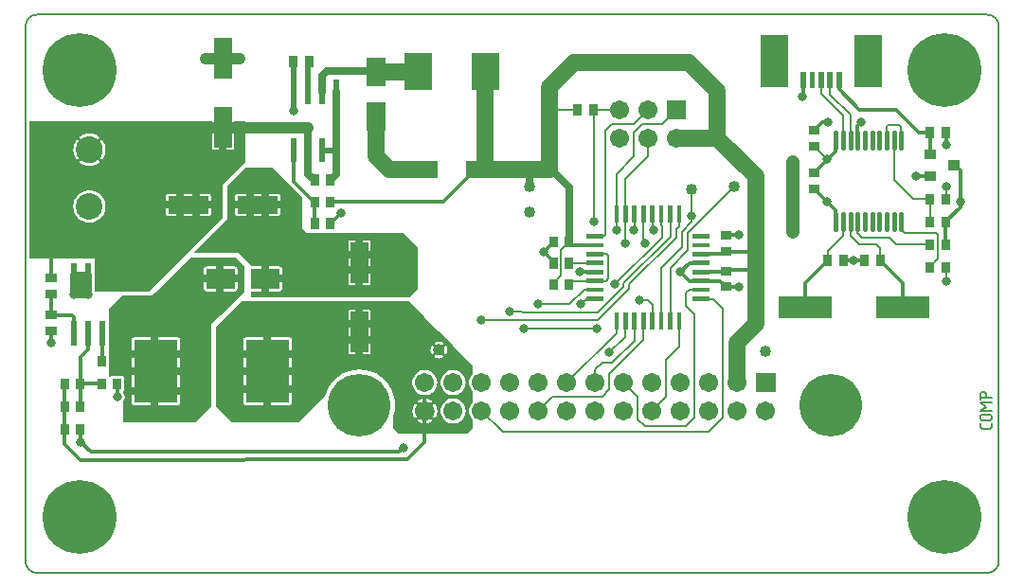
<source format=gtl>
G04 start of page 2 for group 0 idx 0 *
G04 Title: Dot-Flip Control, component *
G04 Creator: pcb 20110918 *
G04 CreationDate: Tue 04 Dec 2012 09:28:54 AM GMT UTC *
G04 For: bertho *
G04 Format: Gerber/RS-274X *
G04 PCB-Dimensions: 450000 250000 *
G04 PCB-Coordinate-Origin: lower left *
%MOIN*%
%FSLAX25Y25*%
%LNTOP*%
%ADD41C,0.0433*%
%ADD40C,0.1102*%
%ADD39C,0.1300*%
%ADD38C,0.0197*%
%ADD37C,0.0354*%
%ADD36C,0.0157*%
%ADD35C,0.0317*%
%ADD34R,0.0157X0.0157*%
%ADD33R,0.0984X0.0984*%
%ADD32R,0.0197X0.0197*%
%ADD31R,0.1516X0.1516*%
%ADD30R,0.0200X0.0200*%
%ADD29R,0.0669X0.0669*%
%ADD28R,0.0633X0.0633*%
%ADD27R,0.0788X0.0788*%
%ADD26C,0.0160*%
%ADD25R,0.0295X0.0295*%
%ADD24R,0.0340X0.0340*%
%ADD23C,0.0933*%
%ADD22C,0.2200*%
%ADD21C,0.2600*%
%ADD20C,0.0674*%
%ADD19C,0.0130*%
%ADD18C,0.0200*%
%ADD17C,0.0400*%
%ADD16C,0.0450*%
%ADD15C,0.0120*%
%ADD14C,0.0250*%
%ADD13C,0.0600*%
%ADD12C,0.0080*%
%ADD11C,0.0001*%
G54D11*G36*
X77296Y192500D02*X85538D01*
X85542Y183068D01*
X85572Y182946D01*
X85620Y182830D01*
X85686Y182722D01*
X85768Y182627D01*
X85863Y182545D01*
X85971Y182479D01*
X86087Y182431D01*
X86209Y182401D01*
X86335Y182394D01*
X92791Y182401D01*
X92913Y182431D01*
X93029Y182479D01*
X93137Y182545D01*
X93232Y182627D01*
X93314Y182722D01*
X93380Y182830D01*
X93428Y182946D01*
X93458Y183068D01*
X93465Y183194D01*
X93460Y192500D01*
X97500D01*
Y178000D01*
X89500Y170000D01*
Y158500D01*
X77296Y146296D01*
Y159039D01*
X84524Y159042D01*
X84646Y159072D01*
X84762Y159120D01*
X84870Y159186D01*
X84965Y159268D01*
X85047Y159363D01*
X85113Y159471D01*
X85161Y159587D01*
X85191Y159709D01*
X85198Y159835D01*
X85191Y166291D01*
X85161Y166413D01*
X85113Y166529D01*
X85047Y166637D01*
X84965Y166732D01*
X84870Y166814D01*
X84762Y166880D01*
X84646Y166928D01*
X84524Y166958D01*
X84398Y166965D01*
X77296Y166961D01*
Y192500D01*
G37*
G36*
X47223D02*X77296D01*
Y166961D01*
X70068Y166958D01*
X69946Y166928D01*
X69830Y166880D01*
X69722Y166814D01*
X69627Y166732D01*
X69545Y166637D01*
X69479Y166529D01*
X69431Y166413D01*
X69401Y166291D01*
X69394Y166165D01*
X69401Y159709D01*
X69431Y159587D01*
X69479Y159471D01*
X69545Y159363D01*
X69627Y159268D01*
X69722Y159186D01*
X69830Y159120D01*
X69946Y159072D01*
X70068Y159042D01*
X70194Y159035D01*
X77296Y159039D01*
Y146296D01*
X63500Y132500D01*
X47223D01*
Y159365D01*
X47564Y159920D01*
X47905Y160744D01*
X48113Y161611D01*
X48166Y162500D01*
X48113Y163389D01*
X47905Y164256D01*
X47564Y165080D01*
X47223Y165635D01*
Y179374D01*
X47475Y179777D01*
X47702Y180241D01*
X47886Y180723D01*
X48025Y181220D01*
X48119Y181728D01*
X48165Y182242D01*
Y182758D01*
X48119Y183272D01*
X48025Y183780D01*
X47886Y184277D01*
X47702Y184759D01*
X47475Y185223D01*
X47223Y185637D01*
Y192500D01*
G37*
G36*
Y132500D02*X44500D01*
Y144000D01*
X42502D01*
Y156817D01*
X43389Y156887D01*
X44256Y157095D01*
X45080Y157436D01*
X45840Y157902D01*
X46518Y158482D01*
X47098Y159160D01*
X47223Y159365D01*
Y132500D01*
G37*
G36*
X42502Y192500D02*X47223D01*
Y185637D01*
X47207Y185664D01*
X47158Y185726D01*
X47099Y185780D01*
X47033Y185824D01*
X46961Y185857D01*
X46884Y185879D01*
X46806Y185888D01*
X46726Y185884D01*
X46648Y185869D01*
X46574Y185841D01*
X46505Y185802D01*
X46442Y185753D01*
X46388Y185694D01*
X46345Y185628D01*
X46311Y185556D01*
X46290Y185479D01*
X46281Y185400D01*
X46284Y185321D01*
X46300Y185243D01*
X46328Y185168D01*
X46368Y185100D01*
X46593Y184740D01*
X46779Y184358D01*
X46931Y183962D01*
X47045Y183553D01*
X47122Y183135D01*
X47161Y182712D01*
Y182288D01*
X47122Y181865D01*
X47045Y181447D01*
X46931Y181038D01*
X46779Y180642D01*
X46593Y180260D01*
X46372Y179897D01*
X46332Y179830D01*
X46305Y179756D01*
X46289Y179679D01*
X46286Y179600D01*
X46295Y179522D01*
X46316Y179446D01*
X46349Y179375D01*
X46392Y179309D01*
X46446Y179251D01*
X46507Y179202D01*
X46576Y179163D01*
X46650Y179136D01*
X46727Y179120D01*
X46805Y179117D01*
X46884Y179126D01*
X46959Y179147D01*
X47031Y179180D01*
X47096Y179224D01*
X47154Y179277D01*
X47202Y179339D01*
X47223Y179374D01*
Y165635D01*
X47098Y165840D01*
X46518Y166518D01*
X45840Y167098D01*
X45080Y167564D01*
X44256Y167905D01*
X43389Y168113D01*
X42502Y168183D01*
Y176835D01*
X42758D01*
X43272Y176881D01*
X43780Y176975D01*
X44277Y177114D01*
X44759Y177298D01*
X45223Y177525D01*
X45664Y177793D01*
X45726Y177842D01*
X45780Y177901D01*
X45824Y177967D01*
X45857Y178039D01*
X45879Y178116D01*
X45888Y178194D01*
X45884Y178274D01*
X45869Y178352D01*
X45841Y178426D01*
X45802Y178495D01*
X45753Y178558D01*
X45694Y178612D01*
X45628Y178655D01*
X45556Y178689D01*
X45479Y178710D01*
X45400Y178719D01*
X45321Y178716D01*
X45243Y178700D01*
X45168Y178672D01*
X45100Y178632D01*
X44740Y178407D01*
X44358Y178221D01*
X43962Y178069D01*
X43553Y177955D01*
X43135Y177878D01*
X42712Y177839D01*
X42502D01*
Y187161D01*
X42712D01*
X43135Y187122D01*
X43553Y187045D01*
X43962Y186931D01*
X44358Y186779D01*
X44740Y186593D01*
X45103Y186372D01*
X45170Y186332D01*
X45244Y186305D01*
X45321Y186289D01*
X45400Y186286D01*
X45478Y186295D01*
X45554Y186316D01*
X45625Y186349D01*
X45691Y186392D01*
X45749Y186446D01*
X45798Y186507D01*
X45837Y186576D01*
X45864Y186650D01*
X45880Y186727D01*
X45883Y186805D01*
X45874Y186884D01*
X45853Y186959D01*
X45820Y187031D01*
X45776Y187096D01*
X45723Y187154D01*
X45661Y187202D01*
X45223Y187475D01*
X44759Y187702D01*
X44277Y187886D01*
X43780Y188025D01*
X43272Y188119D01*
X42758Y188165D01*
X42502D01*
Y192500D01*
G37*
G36*
X37777Y159365D02*X37902Y159160D01*
X38482Y158482D01*
X39160Y157902D01*
X39920Y157436D01*
X40744Y157095D01*
X41611Y156887D01*
X42500Y156817D01*
X42502Y156817D01*
Y144000D01*
X37777D01*
Y159365D01*
G37*
G36*
Y192500D02*X42502D01*
Y188165D01*
X42242D01*
X41728Y188119D01*
X41220Y188025D01*
X40723Y187886D01*
X40241Y187702D01*
X39777Y187475D01*
X39336Y187207D01*
X39274Y187158D01*
X39220Y187099D01*
X39176Y187033D01*
X39143Y186961D01*
X39121Y186884D01*
X39112Y186806D01*
X39116Y186726D01*
X39131Y186648D01*
X39159Y186574D01*
X39198Y186505D01*
X39247Y186442D01*
X39306Y186388D01*
X39372Y186345D01*
X39444Y186311D01*
X39521Y186290D01*
X39600Y186281D01*
X39679Y186284D01*
X39757Y186300D01*
X39832Y186328D01*
X39900Y186368D01*
X40260Y186593D01*
X40642Y186779D01*
X41038Y186931D01*
X41447Y187045D01*
X41865Y187122D01*
X42288Y187161D01*
X42502D01*
Y177839D01*
X42288D01*
X41865Y177878D01*
X41447Y177955D01*
X41038Y178069D01*
X40642Y178221D01*
X40260Y178407D01*
X39897Y178628D01*
X39830Y178668D01*
X39756Y178695D01*
X39679Y178711D01*
X39600Y178714D01*
X39522Y178705D01*
X39446Y178684D01*
X39375Y178651D01*
X39309Y178608D01*
X39251Y178554D01*
X39202Y178493D01*
X39163Y178424D01*
X39136Y178350D01*
X39120Y178273D01*
X39117Y178195D01*
X39126Y178116D01*
X39147Y178041D01*
X39180Y177969D01*
X39224Y177904D01*
X39277Y177846D01*
X39339Y177798D01*
X39777Y177525D01*
X40241Y177298D01*
X40723Y177114D01*
X41220Y176975D01*
X41728Y176881D01*
X42242Y176835D01*
X42502D01*
Y168183D01*
X42500Y168183D01*
X41611Y168113D01*
X40744Y167905D01*
X39920Y167564D01*
X39160Y167098D01*
X38482Y166518D01*
X37902Y165840D01*
X37777Y165635D01*
Y179363D01*
X37793Y179336D01*
X37842Y179274D01*
X37901Y179220D01*
X37967Y179176D01*
X38039Y179143D01*
X38116Y179121D01*
X38194Y179112D01*
X38274Y179116D01*
X38352Y179131D01*
X38426Y179159D01*
X38495Y179198D01*
X38558Y179247D01*
X38612Y179306D01*
X38655Y179372D01*
X38689Y179444D01*
X38710Y179521D01*
X38719Y179600D01*
X38716Y179679D01*
X38700Y179757D01*
X38672Y179832D01*
X38632Y179900D01*
X38407Y180260D01*
X38221Y180642D01*
X38069Y181038D01*
X37955Y181447D01*
X37878Y181865D01*
X37839Y182288D01*
Y182712D01*
X37878Y183135D01*
X37955Y183553D01*
X38069Y183962D01*
X38221Y184358D01*
X38407Y184740D01*
X38628Y185103D01*
X38668Y185170D01*
X38695Y185244D01*
X38711Y185321D01*
X38714Y185400D01*
X38705Y185478D01*
X38684Y185554D01*
X38651Y185625D01*
X38608Y185691D01*
X38554Y185749D01*
X38493Y185798D01*
X38424Y185837D01*
X38350Y185864D01*
X38273Y185880D01*
X38195Y185883D01*
X38116Y185874D01*
X38041Y185853D01*
X37969Y185820D01*
X37904Y185776D01*
X37846Y185723D01*
X37798Y185661D01*
X37777Y185627D01*
Y192500D01*
G37*
G36*
X21400D02*X37777D01*
Y185627D01*
X37525Y185223D01*
X37298Y184759D01*
X37114Y184277D01*
X36975Y183780D01*
X36881Y183272D01*
X36835Y182758D01*
Y182242D01*
X36881Y181728D01*
X36975Y181220D01*
X37114Y180723D01*
X37298Y180241D01*
X37525Y179777D01*
X37777Y179363D01*
Y165635D01*
X37436Y165080D01*
X37095Y164256D01*
X36887Y163389D01*
X36817Y162500D01*
X36887Y161611D01*
X37095Y160744D01*
X37436Y159920D01*
X37777Y159365D01*
Y144000D01*
X21400D01*
Y192500D01*
G37*
G36*
X88626Y144500D02*X94000D01*
X97000Y141500D01*
Y132500D01*
X88626Y124126D01*
Y132658D01*
X93704Y132663D01*
X93857Y132700D01*
X94003Y132760D01*
X94137Y132842D01*
X94257Y132944D01*
X94359Y133064D01*
X94441Y133198D01*
X94501Y133344D01*
X94538Y133497D01*
X94547Y133654D01*
X94538Y140503D01*
X94501Y140656D01*
X94441Y140802D01*
X94359Y140936D01*
X94257Y141056D01*
X94137Y141158D01*
X94003Y141240D01*
X93857Y141300D01*
X93704Y141337D01*
X93547Y141346D01*
X88626Y141342D01*
Y144500D01*
G37*
G36*
X65815Y132315D02*X78000Y144500D01*
X88626D01*
Y141342D01*
X83548Y141337D01*
X83395Y141300D01*
X83249Y141240D01*
X83115Y141158D01*
X82995Y141056D01*
X82893Y140936D01*
X82811Y140802D01*
X82751Y140656D01*
X82714Y140503D01*
X82704Y140346D01*
X82714Y133497D01*
X82751Y133344D01*
X82811Y133198D01*
X82893Y133064D01*
X82995Y132944D01*
X83115Y132842D01*
X83249Y132760D01*
X83395Y132700D01*
X83548Y132663D01*
X83704Y132654D01*
X88626Y132658D01*
Y124126D01*
X85500Y121000D01*
Y92000D01*
X80000Y86500D01*
X65815D01*
Y92580D01*
X73550Y92585D01*
X73703Y92622D01*
X73849Y92682D01*
X73983Y92764D01*
X74103Y92866D01*
X74205Y92986D01*
X74287Y93120D01*
X74347Y93266D01*
X74384Y93419D01*
X74394Y93576D01*
X74384Y115581D01*
X74347Y115734D01*
X74287Y115880D01*
X74205Y116014D01*
X74103Y116134D01*
X73983Y116236D01*
X73849Y116318D01*
X73703Y116378D01*
X73550Y116415D01*
X73394Y116425D01*
X65815Y116420D01*
Y132315D01*
G37*
G36*
X49932Y102500D02*X49500D01*
Y126500D01*
X54000Y131000D01*
X64500D01*
X65815Y132315D01*
Y116420D01*
X58080Y116415D01*
X57927Y116378D01*
X57781Y116318D01*
X57647Y116236D01*
X57527Y116134D01*
X57425Y116014D01*
X57343Y115880D01*
X57283Y115734D01*
X57246Y115581D01*
X57236Y115425D01*
X57246Y93419D01*
X57283Y93266D01*
X57343Y93120D01*
X57425Y92986D01*
X57527Y92866D01*
X57647Y92764D01*
X57781Y92682D01*
X57927Y92622D01*
X58080Y92585D01*
X58236Y92576D01*
X65815Y92580D01*
Y86500D01*
X54500D01*
Y94195D01*
X54633Y94413D01*
X54777Y94760D01*
X54865Y95125D01*
X54887Y95500D01*
X54865Y95875D01*
X54777Y96240D01*
X54633Y96587D01*
X54500Y96805D01*
Y97390D01*
X54544Y97442D01*
X54626Y97576D01*
X54686Y97722D01*
X54723Y97875D01*
X54732Y98032D01*
X54723Y102125D01*
X54686Y102278D01*
X54626Y102424D01*
X54544Y102558D01*
X54442Y102678D01*
X54322Y102780D01*
X54188Y102862D01*
X54042Y102922D01*
X53889Y102959D01*
X53732Y102968D01*
X50623Y102959D01*
X50470Y102922D01*
X50324Y102862D01*
X50190Y102780D01*
X50070Y102678D01*
X49968Y102558D01*
X49932Y102500D01*
G37*
G36*
X170493Y113507D02*X177500Y106500D01*
Y103687D01*
X177399Y103601D01*
X176952Y103077D01*
X176593Y102491D01*
X176330Y101855D01*
X176169Y101186D01*
X176115Y100500D01*
X176169Y99814D01*
X176330Y99145D01*
X176593Y98509D01*
X176952Y97923D01*
X177399Y97399D01*
X177500Y97313D01*
Y93687D01*
X177399Y93601D01*
X176952Y93077D01*
X176593Y92491D01*
X176330Y91855D01*
X176169Y91186D01*
X176115Y90500D01*
X176169Y89814D01*
X176330Y89145D01*
X176593Y88509D01*
X176952Y87923D01*
X177399Y87399D01*
X177500Y87313D01*
Y84500D01*
X175500Y82500D01*
X170493D01*
Y86116D01*
X170500Y86115D01*
X171186Y86169D01*
X171855Y86330D01*
X172491Y86593D01*
X173077Y86952D01*
X173601Y87399D01*
X174048Y87923D01*
X174407Y88509D01*
X174670Y89145D01*
X174831Y89814D01*
X174872Y90500D01*
X174831Y91186D01*
X174670Y91855D01*
X174407Y92491D01*
X174048Y93077D01*
X173601Y93601D01*
X173077Y94048D01*
X172491Y94407D01*
X171855Y94670D01*
X171186Y94831D01*
X170500Y94885D01*
X170493Y94884D01*
Y96116D01*
X170500Y96115D01*
X171186Y96169D01*
X171855Y96330D01*
X172491Y96593D01*
X173077Y96952D01*
X173601Y97399D01*
X174048Y97923D01*
X174407Y98509D01*
X174670Y99145D01*
X174831Y99814D01*
X174872Y100500D01*
X174831Y101186D01*
X174670Y101855D01*
X174407Y102491D01*
X174048Y103077D01*
X173601Y103601D01*
X173077Y104048D01*
X172491Y104407D01*
X171855Y104670D01*
X171186Y104831D01*
X170500Y104885D01*
X170493Y104884D01*
Y113507D01*
G37*
G36*
X167909Y86964D02*X167923Y86952D01*
X168509Y86593D01*
X169145Y86330D01*
X169814Y86169D01*
X170493Y86116D01*
Y82500D01*
X167909D01*
Y86964D01*
G37*
G36*
Y96964D02*X167923Y96952D01*
X168509Y96593D01*
X169145Y96330D01*
X169814Y96169D01*
X170493Y96116D01*
Y94884D01*
X169814Y94831D01*
X169145Y94670D01*
X168509Y94407D01*
X167923Y94048D01*
X167909Y94036D01*
Y96964D01*
G37*
G36*
Y116091D02*X170493Y113507D01*
Y104884D01*
X169814Y104831D01*
X169145Y104670D01*
X168509Y104407D01*
X167923Y104048D01*
X167909Y104036D01*
Y110569D01*
X167937Y110573D01*
X168012Y110598D01*
X168082Y110634D01*
X168145Y110681D01*
X168200Y110737D01*
X168246Y110801D01*
X168280Y110872D01*
X168379Y111144D01*
X168448Y111425D01*
X168490Y111711D01*
X168503Y112000D01*
X168490Y112289D01*
X168448Y112575D01*
X168379Y112856D01*
X168283Y113129D01*
X168248Y113200D01*
X168202Y113264D01*
X168147Y113321D01*
X168083Y113368D01*
X168013Y113404D01*
X167938Y113429D01*
X167909Y113434D01*
Y116091D01*
G37*
G36*
X165501Y118499D02*X167909Y116091D01*
Y113434D01*
X167860Y113442D01*
X167781Y113442D01*
X167703Y113431D01*
X167627Y113407D01*
X167556Y113371D01*
X167492Y113325D01*
X167436Y113270D01*
X167389Y113206D01*
X167353Y113136D01*
X167328Y113061D01*
X167315Y112983D01*
X167314Y112904D01*
X167326Y112826D01*
X167351Y112751D01*
X167417Y112570D01*
X167463Y112383D01*
X167491Y112192D01*
X167500Y112000D01*
X167491Y111808D01*
X167463Y111617D01*
X167417Y111430D01*
X167353Y111248D01*
X167328Y111174D01*
X167316Y111096D01*
X167317Y111017D01*
X167330Y110940D01*
X167355Y110865D01*
X167391Y110795D01*
X167438Y110732D01*
X167494Y110676D01*
X167558Y110631D01*
X167628Y110595D01*
X167703Y110572D01*
X167781Y110560D01*
X167860Y110560D01*
X167909Y110569D01*
Y104036D01*
X167399Y103601D01*
X166952Y103077D01*
X166593Y102491D01*
X166330Y101855D01*
X166169Y101186D01*
X166115Y100500D01*
X166169Y99814D01*
X166330Y99145D01*
X166593Y98509D01*
X166952Y97923D01*
X167399Y97399D01*
X167909Y96964D01*
Y94036D01*
X167399Y93601D01*
X166952Y93077D01*
X166593Y92491D01*
X166330Y91855D01*
X166169Y91186D01*
X166115Y90500D01*
X166169Y89814D01*
X166330Y89145D01*
X166593Y88509D01*
X166952Y87923D01*
X167399Y87399D01*
X167909Y86964D01*
Y82500D01*
X165501D01*
Y108997D01*
X165789Y109010D01*
X166075Y109052D01*
X166356Y109121D01*
X166629Y109217D01*
X166700Y109252D01*
X166764Y109298D01*
X166821Y109353D01*
X166868Y109417D01*
X166904Y109487D01*
X166929Y109562D01*
X166942Y109640D01*
X166942Y109719D01*
X166931Y109797D01*
X166907Y109873D01*
X166871Y109944D01*
X166825Y110008D01*
X166770Y110064D01*
X166706Y110111D01*
X166636Y110147D01*
X166561Y110172D01*
X166483Y110185D01*
X166404Y110186D01*
X166326Y110174D01*
X166251Y110149D01*
X166070Y110083D01*
X165883Y110037D01*
X165692Y110009D01*
X165501Y110000D01*
Y114000D01*
X165692Y113991D01*
X165883Y113963D01*
X166070Y113917D01*
X166252Y113853D01*
X166326Y113828D01*
X166404Y113816D01*
X166483Y113817D01*
X166560Y113830D01*
X166635Y113855D01*
X166705Y113891D01*
X166768Y113938D01*
X166824Y113994D01*
X166869Y114058D01*
X166905Y114128D01*
X166928Y114203D01*
X166940Y114281D01*
X166940Y114360D01*
X166927Y114437D01*
X166902Y114512D01*
X166866Y114582D01*
X166819Y114645D01*
X166763Y114700D01*
X166699Y114746D01*
X166628Y114780D01*
X166356Y114879D01*
X166075Y114948D01*
X165789Y114990D01*
X165501Y115003D01*
Y118499D01*
G37*
G36*
X164109Y109468D02*X164134Y109418D01*
X164181Y109355D01*
X164237Y109300D01*
X164301Y109254D01*
X164372Y109220D01*
X164644Y109121D01*
X164925Y109052D01*
X165211Y109010D01*
X165500Y108997D01*
X165501Y108997D01*
Y82500D01*
X164109D01*
Y88126D01*
X164118Y88131D01*
X164180Y88179D01*
X164235Y88236D01*
X164278Y88301D01*
X164460Y88639D01*
X164608Y88994D01*
X164725Y89360D01*
X164808Y89735D01*
X164859Y90116D01*
X164876Y90500D01*
X164859Y90884D01*
X164808Y91265D01*
X164725Y91640D01*
X164608Y92006D01*
X164460Y92361D01*
X164282Y92701D01*
X164237Y92767D01*
X164182Y92824D01*
X164119Y92872D01*
X164109Y92878D01*
Y98023D01*
X164407Y98509D01*
X164670Y99145D01*
X164831Y99814D01*
X164872Y100500D01*
X164831Y101186D01*
X164670Y101855D01*
X164407Y102491D01*
X164109Y102977D01*
Y109468D01*
G37*
G36*
Y114096D02*X164129Y114056D01*
X164175Y113992D01*
X164230Y113936D01*
X164294Y113889D01*
X164364Y113853D01*
X164439Y113828D01*
X164517Y113815D01*
X164596Y113814D01*
X164674Y113826D01*
X164749Y113851D01*
X164930Y113917D01*
X165117Y113963D01*
X165308Y113991D01*
X165500Y114000D01*
X165501Y114000D01*
Y110000D01*
X165500Y110000D01*
X165308Y110009D01*
X165117Y110037D01*
X164930Y110083D01*
X164748Y110147D01*
X164674Y110172D01*
X164596Y110184D01*
X164517Y110183D01*
X164440Y110170D01*
X164365Y110145D01*
X164295Y110109D01*
X164232Y110062D01*
X164176Y110006D01*
X164131Y109942D01*
X164109Y109899D01*
Y114096D01*
G37*
G36*
Y119891D02*X165501Y118499D01*
Y115003D01*
X165500Y115003D01*
X165211Y114990D01*
X164925Y114948D01*
X164644Y114879D01*
X164371Y114783D01*
X164300Y114748D01*
X164236Y114702D01*
X164179Y114647D01*
X164132Y114583D01*
X164109Y114537D01*
Y119891D01*
G37*
G36*
Y82500D02*X163091D01*
Y96964D01*
X163601Y97399D01*
X164048Y97923D01*
X164109Y98023D01*
Y92878D01*
X164050Y92909D01*
X163975Y92936D01*
X163897Y92950D01*
X163818Y92951D01*
X163739Y92941D01*
X163663Y92918D01*
X163592Y92884D01*
X163527Y92839D01*
X163470Y92784D01*
X163422Y92721D01*
X163384Y92651D01*
X163358Y92576D01*
X163344Y92498D01*
X163342Y92419D01*
X163353Y92341D01*
X163375Y92265D01*
X163411Y92194D01*
X163551Y91934D01*
X163665Y91661D01*
X163755Y91378D01*
X163820Y91089D01*
X163858Y90796D01*
X163872Y90500D01*
X163858Y90204D01*
X163820Y89911D01*
X163755Y89622D01*
X163665Y89339D01*
X163551Y89066D01*
X163414Y88804D01*
X163378Y88734D01*
X163356Y88659D01*
X163345Y88581D01*
X163347Y88502D01*
X163361Y88424D01*
X163387Y88350D01*
X163424Y88281D01*
X163472Y88218D01*
X163529Y88164D01*
X163594Y88119D01*
X163665Y88085D01*
X163740Y88062D01*
X163818Y88052D01*
X163897Y88054D01*
X163974Y88068D01*
X164048Y88094D01*
X164109Y88126D01*
Y82500D01*
G37*
G36*
X163091Y120909D02*X164109Y119891D01*
Y114537D01*
X164096Y114513D01*
X164071Y114438D01*
X164058Y114360D01*
X164058Y114281D01*
X164069Y114203D01*
X164093Y114127D01*
X164109Y114096D01*
Y109899D01*
X164095Y109872D01*
X164072Y109797D01*
X164060Y109719D01*
X164060Y109640D01*
X164073Y109563D01*
X164098Y109488D01*
X164109Y109468D01*
Y102977D01*
X164048Y103077D01*
X163601Y103601D01*
X163091Y104036D01*
Y110566D01*
X163140Y110558D01*
X163219Y110558D01*
X163297Y110569D01*
X163373Y110593D01*
X163444Y110629D01*
X163508Y110675D01*
X163564Y110730D01*
X163611Y110794D01*
X163647Y110864D01*
X163672Y110939D01*
X163685Y111017D01*
X163686Y111096D01*
X163674Y111174D01*
X163649Y111249D01*
X163583Y111430D01*
X163537Y111617D01*
X163509Y111808D01*
X163500Y112000D01*
X163509Y112192D01*
X163537Y112383D01*
X163583Y112570D01*
X163647Y112752D01*
X163672Y112826D01*
X163684Y112904D01*
X163683Y112983D01*
X163670Y113060D01*
X163645Y113135D01*
X163609Y113205D01*
X163562Y113268D01*
X163506Y113324D01*
X163442Y113369D01*
X163372Y113405D01*
X163297Y113428D01*
X163219Y113440D01*
X163140Y113440D01*
X163091Y113431D01*
Y120909D01*
G37*
G36*
Y82500D02*X160493D01*
Y86125D01*
X160500Y86124D01*
X160884Y86141D01*
X161265Y86192D01*
X161640Y86275D01*
X162006Y86392D01*
X162361Y86540D01*
X162701Y86718D01*
X162767Y86763D01*
X162824Y86818D01*
X162872Y86881D01*
X162909Y86950D01*
X162936Y87025D01*
X162950Y87103D01*
X162951Y87182D01*
X162941Y87261D01*
X162918Y87337D01*
X162884Y87408D01*
X162839Y87473D01*
X162784Y87530D01*
X162721Y87578D01*
X162651Y87616D01*
X162576Y87642D01*
X162498Y87656D01*
X162419Y87658D01*
X162341Y87647D01*
X162265Y87625D01*
X162194Y87589D01*
X161934Y87449D01*
X161661Y87335D01*
X161378Y87245D01*
X161089Y87180D01*
X160796Y87142D01*
X160500Y87128D01*
X160493Y87129D01*
Y93871D01*
X160500Y93872D01*
X160796Y93858D01*
X161089Y93820D01*
X161378Y93755D01*
X161661Y93665D01*
X161934Y93551D01*
X162196Y93414D01*
X162266Y93378D01*
X162341Y93356D01*
X162419Y93345D01*
X162498Y93347D01*
X162576Y93361D01*
X162650Y93387D01*
X162719Y93424D01*
X162782Y93472D01*
X162836Y93529D01*
X162881Y93594D01*
X162915Y93665D01*
X162938Y93740D01*
X162948Y93818D01*
X162946Y93897D01*
X162932Y93974D01*
X162906Y94048D01*
X162869Y94118D01*
X162821Y94180D01*
X162764Y94235D01*
X162699Y94278D01*
X162361Y94460D01*
X162006Y94608D01*
X161640Y94725D01*
X161265Y94808D01*
X160884Y94859D01*
X160500Y94876D01*
X160493Y94875D01*
Y96116D01*
X160500Y96115D01*
X161186Y96169D01*
X161855Y96330D01*
X162491Y96593D01*
X163077Y96952D01*
X163091Y96964D01*
Y82500D01*
G37*
G36*
X160493Y123507D02*X163091Y120909D01*
Y113431D01*
X163063Y113427D01*
X162988Y113402D01*
X162918Y113366D01*
X162855Y113319D01*
X162800Y113263D01*
X162754Y113199D01*
X162720Y113128D01*
X162621Y112856D01*
X162552Y112575D01*
X162510Y112289D01*
X162497Y112000D01*
X162510Y111711D01*
X162552Y111425D01*
X162621Y111144D01*
X162717Y110871D01*
X162752Y110800D01*
X162798Y110736D01*
X162853Y110679D01*
X162917Y110632D01*
X162987Y110596D01*
X163062Y110571D01*
X163091Y110566D01*
Y104036D01*
X163077Y104048D01*
X162491Y104407D01*
X161855Y104670D01*
X161186Y104831D01*
X160500Y104885D01*
X160493Y104884D01*
Y123507D01*
G37*
G36*
X156891Y98023D02*X156952Y97923D01*
X157399Y97399D01*
X157923Y96952D01*
X158509Y96593D01*
X159145Y96330D01*
X159814Y96169D01*
X160493Y96116D01*
Y94875D01*
X160116Y94859D01*
X159735Y94808D01*
X159360Y94725D01*
X158994Y94608D01*
X158639Y94460D01*
X158299Y94282D01*
X158233Y94237D01*
X158176Y94182D01*
X158128Y94119D01*
X158091Y94050D01*
X158064Y93975D01*
X158050Y93897D01*
X158049Y93818D01*
X158059Y93739D01*
X158082Y93663D01*
X158116Y93592D01*
X158161Y93527D01*
X158216Y93470D01*
X158279Y93422D01*
X158349Y93384D01*
X158424Y93358D01*
X158502Y93344D01*
X158581Y93342D01*
X158659Y93353D01*
X158735Y93375D01*
X158806Y93411D01*
X159066Y93551D01*
X159339Y93665D01*
X159622Y93755D01*
X159911Y93820D01*
X160204Y93858D01*
X160493Y93871D01*
Y87129D01*
X160204Y87142D01*
X159911Y87180D01*
X159622Y87245D01*
X159339Y87335D01*
X159066Y87449D01*
X158804Y87586D01*
X158734Y87622D01*
X158659Y87644D01*
X158581Y87655D01*
X158502Y87653D01*
X158424Y87639D01*
X158350Y87613D01*
X158281Y87576D01*
X158218Y87528D01*
X158164Y87471D01*
X158119Y87406D01*
X158085Y87335D01*
X158062Y87260D01*
X158052Y87182D01*
X158054Y87103D01*
X158068Y87026D01*
X158094Y86952D01*
X158131Y86882D01*
X158179Y86820D01*
X158236Y86765D01*
X158301Y86722D01*
X158639Y86540D01*
X158994Y86392D01*
X159360Y86275D01*
X159735Y86192D01*
X160116Y86141D01*
X160493Y86125D01*
Y82500D01*
X156891D01*
Y88122D01*
X156950Y88091D01*
X157025Y88064D01*
X157103Y88050D01*
X157182Y88049D01*
X157261Y88059D01*
X157337Y88082D01*
X157408Y88116D01*
X157473Y88161D01*
X157530Y88216D01*
X157578Y88279D01*
X157616Y88349D01*
X157642Y88424D01*
X157656Y88502D01*
X157658Y88581D01*
X157647Y88659D01*
X157625Y88735D01*
X157589Y88806D01*
X157449Y89066D01*
X157335Y89339D01*
X157245Y89622D01*
X157180Y89911D01*
X157142Y90204D01*
X157128Y90500D01*
X157142Y90796D01*
X157180Y91089D01*
X157245Y91378D01*
X157335Y91661D01*
X157449Y91934D01*
X157586Y92196D01*
X157622Y92266D01*
X157644Y92341D01*
X157655Y92419D01*
X157653Y92498D01*
X157639Y92576D01*
X157613Y92650D01*
X157576Y92719D01*
X157528Y92782D01*
X157471Y92836D01*
X157406Y92881D01*
X157335Y92915D01*
X157260Y92938D01*
X157182Y92948D01*
X157103Y92946D01*
X157026Y92932D01*
X156952Y92906D01*
X156891Y92874D01*
Y98023D01*
G37*
G36*
Y127109D02*X160493Y123507D01*
Y104884D01*
X159814Y104831D01*
X159145Y104670D01*
X158509Y104407D01*
X157923Y104048D01*
X157399Y103601D01*
X156952Y103077D01*
X156891Y102977D01*
Y127109D01*
G37*
G36*
X137500Y129000D02*X155000D01*
X156891Y127109D01*
Y102977D01*
X156593Y102491D01*
X156330Y101855D01*
X156169Y101186D01*
X156115Y100500D01*
X156169Y99814D01*
X156330Y99145D01*
X156593Y98509D01*
X156891Y98023D01*
Y92874D01*
X156882Y92869D01*
X156820Y92821D01*
X156765Y92764D01*
X156722Y92699D01*
X156540Y92361D01*
X156392Y92006D01*
X156275Y91640D01*
X156192Y91265D01*
X156141Y90884D01*
X156124Y90500D01*
X156141Y90116D01*
X156192Y89735D01*
X156275Y89360D01*
X156392Y88994D01*
X156540Y88639D01*
X156718Y88299D01*
X156763Y88233D01*
X156818Y88176D01*
X156881Y88128D01*
X156891Y88122D01*
Y82500D01*
X151500D01*
X149500Y84500D01*
Y88938D01*
X149884Y90539D01*
X150000Y92500D01*
X149884Y94461D01*
X149425Y96375D01*
X148672Y98192D01*
X147644Y99870D01*
X146366Y101366D01*
X144870Y102644D01*
X143192Y103672D01*
X141375Y104425D01*
X139461Y104884D01*
X137500Y105039D01*
Y110398D01*
X140791Y110401D01*
X140913Y110431D01*
X141029Y110479D01*
X141137Y110545D01*
X141232Y110627D01*
X141314Y110722D01*
X141380Y110830D01*
X141428Y110946D01*
X141458Y111068D01*
X141465Y111194D01*
X141458Y125524D01*
X141428Y125646D01*
X141380Y125762D01*
X141314Y125870D01*
X141232Y125965D01*
X141137Y126047D01*
X141029Y126113D01*
X140913Y126161D01*
X140791Y126191D01*
X140665Y126198D01*
X137500Y126194D01*
Y129000D01*
G37*
G36*
X105185D02*X137500D01*
Y126194D01*
X134209Y126191D01*
X134087Y126161D01*
X133971Y126113D01*
X133863Y126047D01*
X133768Y125965D01*
X133686Y125870D01*
X133620Y125762D01*
X133572Y125646D01*
X133542Y125524D01*
X133535Y125398D01*
X133542Y111068D01*
X133572Y110946D01*
X133620Y110830D01*
X133686Y110722D01*
X133768Y110627D01*
X133863Y110545D01*
X133971Y110479D01*
X134087Y110431D01*
X134209Y110401D01*
X134335Y110394D01*
X137500Y110398D01*
Y105039D01*
X135539Y104884D01*
X133625Y104425D01*
X131808Y103672D01*
X130130Y102644D01*
X128634Y101366D01*
X127356Y99870D01*
X126328Y98192D01*
X125575Y96375D01*
X125481Y95981D01*
X116000Y86500D01*
X105185D01*
Y92580D01*
X112920Y92585D01*
X113073Y92622D01*
X113219Y92682D01*
X113353Y92764D01*
X113473Y92866D01*
X113575Y92986D01*
X113657Y93120D01*
X113717Y93266D01*
X113754Y93419D01*
X113764Y93576D01*
X113754Y115581D01*
X113717Y115734D01*
X113657Y115880D01*
X113575Y116014D01*
X113473Y116134D01*
X113353Y116236D01*
X113219Y116318D01*
X113073Y116378D01*
X112920Y116415D01*
X112764Y116425D01*
X105185Y116420D01*
Y129000D01*
G37*
G36*
X87000Y120000D02*X96000Y129000D01*
X105185D01*
Y116420D01*
X97450Y116415D01*
X97297Y116378D01*
X97151Y116318D01*
X97017Y116236D01*
X96897Y116134D01*
X96795Y116014D01*
X96713Y115880D01*
X96653Y115734D01*
X96616Y115581D01*
X96606Y115425D01*
X96616Y93419D01*
X96653Y93266D01*
X96713Y93120D01*
X96795Y92986D01*
X96897Y92866D01*
X97017Y92764D01*
X97151Y92682D01*
X97297Y92622D01*
X97450Y92585D01*
X97606Y92576D01*
X105185Y92580D01*
Y86500D01*
X92500D01*
X87000Y92000D01*
Y120000D01*
G37*
G36*
X137500Y153000D02*X153000D01*
X158000Y148000D01*
Y133500D01*
X155000Y130500D01*
X137500D01*
Y134806D01*
X140791Y134809D01*
X140913Y134839D01*
X141029Y134887D01*
X141137Y134953D01*
X141232Y135035D01*
X141314Y135130D01*
X141380Y135238D01*
X141428Y135354D01*
X141458Y135476D01*
X141465Y135602D01*
X141458Y149932D01*
X141428Y150054D01*
X141380Y150170D01*
X141314Y150278D01*
X141232Y150373D01*
X141137Y150455D01*
X141029Y150521D01*
X140913Y150569D01*
X140791Y150599D01*
X140665Y150606D01*
X137500Y150602D01*
Y153000D01*
G37*
G36*
X101704Y176000D02*X107000D01*
X117500Y165500D01*
Y154500D01*
X119000Y153000D01*
X137500D01*
Y150602D01*
X134209Y150599D01*
X134087Y150569D01*
X133971Y150521D01*
X133863Y150455D01*
X133768Y150373D01*
X133686Y150278D01*
X133620Y150170D01*
X133572Y150054D01*
X133542Y149932D01*
X133535Y149806D01*
X133542Y135476D01*
X133572Y135354D01*
X133620Y135238D01*
X133686Y135130D01*
X133768Y135035D01*
X133863Y134953D01*
X133971Y134887D01*
X134087Y134839D01*
X134209Y134809D01*
X134335Y134802D01*
X137500Y134806D01*
Y130500D01*
X101704D01*
Y132656D01*
X109452Y132663D01*
X109605Y132700D01*
X109751Y132760D01*
X109885Y132842D01*
X110005Y132944D01*
X110107Y133064D01*
X110189Y133198D01*
X110249Y133344D01*
X110286Y133497D01*
X110295Y133654D01*
X110286Y140503D01*
X110249Y140656D01*
X110189Y140802D01*
X110107Y140936D01*
X110005Y141056D01*
X109885Y141158D01*
X109751Y141240D01*
X109605Y141300D01*
X109452Y141337D01*
X109295Y141346D01*
X101704Y141339D01*
Y159039D01*
X108932Y159042D01*
X109054Y159072D01*
X109170Y159120D01*
X109278Y159186D01*
X109373Y159268D01*
X109455Y159363D01*
X109521Y159471D01*
X109569Y159587D01*
X109599Y159709D01*
X109606Y159835D01*
X109599Y166291D01*
X109569Y166413D01*
X109521Y166529D01*
X109455Y166637D01*
X109373Y166732D01*
X109278Y166814D01*
X109170Y166880D01*
X109054Y166928D01*
X108932Y166958D01*
X108806Y166965D01*
X101704Y166961D01*
Y176000D01*
G37*
G36*
Y130500D02*X99500D01*
Y132654D01*
X101704Y132656D01*
Y130500D01*
G37*
G36*
X97500Y176000D02*X101704D01*
Y166961D01*
X94476Y166958D01*
X94354Y166928D01*
X94238Y166880D01*
X94130Y166814D01*
X94035Y166732D01*
X93953Y166637D01*
X93887Y166529D01*
X93839Y166413D01*
X93809Y166291D01*
X93802Y166165D01*
X93809Y159709D01*
X93839Y159587D01*
X93887Y159471D01*
X93953Y159363D01*
X94035Y159268D01*
X94130Y159186D01*
X94238Y159120D01*
X94354Y159072D01*
X94476Y159042D01*
X94602Y159035D01*
X101704Y159039D01*
Y141339D01*
X99500Y141337D01*
Y141500D01*
X95000Y146000D01*
X79000D01*
X91000Y158000D01*
Y169500D01*
X97500Y176000D01*
G37*
G54D12*X24000Y230000D02*X358500D01*
G54D13*X182204Y175500D02*X204500D01*
G54D14*X211256Y150000D02*Y169244D01*
X204500Y176000D01*
X181811Y175893D02*X182204Y175500D01*
X197500Y169500D02*Y175500D01*
G54D15*X205744Y150000D02*Y149744D01*
G54D13*X181811Y210000D02*Y175893D01*
G54D15*X182204Y175500D02*X178500D01*
G54D12*X220000Y157000D02*Y196256D01*
X219756Y196500D01*
G54D16*X290000Y178000D02*Y153500D01*
G54D12*X254500Y157000D02*Y168500D01*
G54D13*X143500Y209874D02*X158063D01*
G54D17*X158189Y210000D01*
G54D18*X143374D02*X143500Y209874D01*
G54D14*X124500Y202750D02*Y208500D01*
X126000Y210000D01*
X143374D01*
G54D18*X119500Y202750D02*Y213244D01*
X119756Y213500D01*
X114500Y213244D02*X114244Y213500D01*
X114500Y213244D02*Y196000D01*
G54D17*X83000Y190000D02*X119500D01*
X83500Y214500D02*X95500D01*
G54D14*X129500Y173988D02*X127256Y171744D01*
X119500Y173988D02*X121744Y171744D01*
G54D15*Y156500D02*Y164000D01*
X121500D01*
X127256Y156500D02*X127500D01*
X121500Y164000D02*X114500Y171000D01*
G54D14*X92500Y163000D02*X111500D01*
X104500Y169000D02*Y157000D01*
X99000D02*Y169000D01*
G54D15*X114500Y171000D02*Y182250D01*
G54D14*X119500Y173988D02*Y190000D01*
X89500Y190296D02*Y180000D01*
X68000Y163000D02*X87000D01*
X74500Y168500D02*Y157000D01*
X80000Y168000D02*Y157500D01*
G54D13*X143500Y194126D02*Y180000D01*
G54D14*X129500Y202750D02*Y173988D01*
G54D18*X124500Y182250D02*X129500D01*
G54D13*X143500Y180000D02*X148000Y175500D01*
X157796D01*
G54D15*X127256Y164000D02*X167000D01*
X178500Y175500D01*
X127500Y156500D02*X131000Y160000D01*
G54D12*X362500Y226000D02*Y37500D01*
G54D15*X257779Y145725D02*X265481D01*
X307756Y143500D02*X315244D01*
G54D12*X302244D02*Y146744D01*
X320756Y143500D02*Y147744D01*
X319500Y149000D01*
X313500D01*
G54D15*X265481Y145725D02*X266500Y146744D01*
X257779Y139425D02*X266169D01*
X257779Y142575D02*X253575D01*
X250500Y139500D01*
X253724Y136276D02*X250500Y139500D01*
X271000Y152500D02*X266744D01*
X266500Y152256D01*
X271000Y134000D02*X266744D01*
X264468Y136276D02*X266744Y134000D01*
X264468Y136276D02*X253724D01*
G54D12*X234275Y159779D02*Y154275D01*
X234000Y154000D01*
X237425Y159779D02*Y150075D01*
X238000Y149500D01*
X240575Y159779D02*Y154425D01*
X241000Y154000D01*
X243724Y159779D02*Y155776D01*
X244000Y155500D01*
X231126Y149874D02*Y172126D01*
X227976Y154024D02*Y173976D01*
X224000Y189000D02*Y152500D01*
X249000Y196500D02*X244000Y191500D01*
X237000D01*
X234000Y188500D01*
X239000Y196500D02*X234000Y191500D01*
X226500D01*
X224000Y189000D01*
X234000Y188500D02*Y180000D01*
X239000Y186500D02*Y180000D01*
X231126Y172126D02*X239000Y180000D01*
X227976Y173976D02*X234000Y180000D01*
X307642Y157130D02*Y152142D01*
X302244Y146744D02*X307642Y152142D01*
X329500Y153000D02*X340500D01*
X341000Y152500D01*
G54D19*X343756Y149000D02*Y157000D01*
G54D12*X341000Y152500D02*Y144000D01*
X338244Y141000D02*Y141244D01*
Y157000D02*Y165000D01*
Y141244D02*X341000Y144000D01*
X326500Y149000D02*X338244D01*
X310201Y157130D02*Y152299D01*
X313500Y149000D02*X310201Y152299D01*
X312760Y157130D02*Y153240D01*
X314500Y151500D01*
X328114Y157130D02*Y154386D01*
X329500Y153000D01*
X314500Y151500D02*X324000D01*
X326500Y149000D01*
X307642Y194358D02*X300000Y202000D01*
Y207000D01*
X303150D02*Y201850D01*
X310201Y194799D01*
X307642Y185870D02*Y194358D01*
X310201Y185870D02*Y194799D01*
X322996Y185870D02*Y190496D01*
X358500Y33500D02*X24000D01*
X210500Y100500D02*X227977Y117977D01*
X226500Y107500D02*X223000D01*
X220500Y105000D02*Y100500D01*
X223000Y107500D02*X220500Y105000D01*
X225500Y103500D02*Y98000D01*
X223000Y95500D01*
X205500D01*
X230500Y100500D02*X235500Y95500D01*
X205500D02*X200500Y90500D01*
X180500D02*X188000Y83000D01*
X260500D01*
X235500Y95500D02*Y87500D01*
X238000Y85000D01*
X252500D01*
X255500Y88000D01*
X190500Y125500D02*X194500D01*
X195000Y125000D01*
X231126Y122221D02*Y116626D01*
X227977Y122221D02*Y117977D01*
X234276Y122221D02*Y115224D01*
X237425Y122221D02*Y115425D01*
X250024Y122221D02*Y113024D01*
X245500Y108500D01*
Y95500D01*
X240500Y90500D01*
X225500Y111000D02*X231126Y116626D01*
X234276Y115224D02*X226500Y107500D01*
X237425Y115425D02*X225500Y103500D01*
X240575Y122221D02*Y127925D01*
X239000Y129500D01*
X236000D01*
X260500Y83000D02*X265500Y88000D01*
Y126500D01*
G54D13*X270500Y100500D02*Y114500D01*
X277000Y121000D01*
G54D12*X257779Y129977D02*X262023D01*
X265500Y126500D01*
X257779Y133126D02*X253626D01*
X252500Y132000D01*
Y127500D01*
X255500Y124500D01*
Y88000D01*
X221500Y125000D02*X230500Y134000D01*
X221500Y122500D02*X232500Y133500D01*
X227976Y154024D02*X228000Y154000D01*
X231126Y149874D02*X231000Y149500D01*
X224275Y136275D02*X225000Y137000D01*
Y145000D01*
X224276Y145724D02*X225000Y145000D01*
X223523Y152023D02*X224000Y152500D01*
X230500Y135500D02*Y134000D01*
X232500Y135000D02*Y133500D01*
X217476Y129976D02*X215500Y128000D01*
X211500D02*X200500D01*
X195000Y125000D02*X221500D01*
X180500Y122500D02*X221500D01*
X195500Y119500D02*X221000D01*
X220221Y129976D02*X217476D01*
X220221Y133126D02*X216626D01*
X205744Y135000D02*Y135244D01*
X208500Y138000D01*
X216626Y133126D02*X211500Y128000D01*
X212531Y136275D02*X211256Y135000D01*
X212531Y136275D02*X224275D01*
X220221Y142575D02*X211331D01*
G54D15*X215075Y139425D02*X215000Y139500D01*
X220221Y148874D02*X212382D01*
G54D12*X220221Y145724D02*X224276D01*
G54D15*X220221Y139425D02*X215075D01*
G54D12*X211331Y142575D02*X211256Y142500D01*
X208500Y138000D02*Y147244D01*
G54D15*X205744Y142500D02*Y143256D01*
X202500Y146500D01*
X205744Y149744D02*X202500Y146500D01*
X212382Y148874D02*X211256Y150000D01*
G54D12*X208500Y147244D01*
X220221Y152023D02*X223523D01*
X322996Y190496D02*X323500Y191000D01*
X328114Y185870D02*Y190386D01*
X327500Y191000D01*
X323500D01*
G54D15*X326500Y196500D02*X334500Y188500D01*
X328724Y127000D02*Y135532D01*
X320756Y143500D01*
G54D12*X344000Y136000D02*Y140756D01*
X343756Y141000D01*
G54D15*X306299Y207000D02*Y203701D01*
X313500Y196500D01*
X326500D01*
X293701Y207000D02*Y201201D01*
X293500Y201000D01*
G54D12*X332500Y165000D02*X338244D01*
G54D19*X346600Y177000D02*X347000D01*
G54D15*X344000Y184000D02*Y188256D01*
X343756Y188500D01*
X338400Y180900D02*Y188344D01*
X338244Y188500D01*
X334500D02*X338244D01*
G54D19*X347000Y177000D02*X349000Y175000D01*
G54D15*X305083Y181839D02*X297500Y174256D01*
G54D12*X302000Y179000D02*Y179244D01*
X297500Y183744D01*
G54D15*X333500Y173000D02*X338300D01*
X338400Y173100D01*
G54D19*X349000Y175000D02*Y162244D01*
X343756Y157000D01*
G54D15*X305083Y157130D02*Y161161D01*
X297500Y168744D01*
G54D12*X344000Y169500D02*Y165244D01*
X343756Y165000D01*
X325555Y185870D02*Y171945D01*
X332500Y165000D01*
G54D15*X294276Y127000D02*Y135532D01*
X302244Y143500D01*
X305083Y185870D02*Y181839D01*
G54D13*X277000Y173000D02*X263500Y186500D01*
Y203000D01*
G54D15*X312760Y185870D02*Y190760D01*
X314000Y192000D01*
X302500D02*X300244D01*
X297500Y189256D01*
G54D13*X277000Y121000D02*Y173000D01*
G54D15*Y146500D02*X266744D01*
X266500Y146744D01*
X277000Y140000D02*X266744D01*
X266169Y139425D02*X266744Y140000D01*
G54D12*X246874Y122221D02*Y140874D01*
Y159779D02*Y151874D01*
X243725Y122221D02*Y140725D01*
X246874Y140874D02*X253000Y147000D01*
X244000Y151500D02*X227500Y135000D01*
X246874Y151874D02*X230500Y135500D01*
X249000Y151500D02*X232500Y135000D01*
X243725Y140725D02*X251000Y148000D01*
X253000Y147000D02*Y153000D01*
X249000Y154500D02*Y151500D01*
X251000Y148000D02*Y153500D01*
X253000Y153000D02*X269500Y169500D01*
X244000Y155500D02*Y151500D01*
X250023Y159779D02*Y155523D01*
X249000Y154500D01*
X251000Y153500D02*X254500Y157000D01*
G54D13*X249000Y186500D02*X263500D01*
Y203000D02*X253500Y213000D01*
X213000D01*
X204500Y204500D01*
Y175500D01*
G54D12*X219756Y196500D02*X229000D01*
X214244D02*X204500D01*
X20000Y37500D02*Y226000D01*
G54D14*X37000Y131500D02*Y138250D01*
Y131500D02*X42000D01*
X37000Y136500D02*X42000D01*
X37000Y134500D02*X42000D01*
X37000Y133500D02*X42000D01*
Y131500D02*Y138250D01*
X37000D01*
G54D15*X29000Y137256D02*Y146000D01*
Y131744D02*Y124256D01*
X36244D01*
X37000Y123500D01*
Y117750D01*
X33744Y100000D02*Y78756D01*
X39250Y73250D01*
X39500Y79500D02*Y83756D01*
X39256Y84000D01*
Y92000D02*Y100000D01*
X46744D01*
X39500Y109500D02*Y100244D01*
X39256Y100000D01*
X47000Y117750D02*Y108256D01*
X46744Y108000D01*
X42000Y117750D02*Y112000D01*
X39500Y109500D01*
X29000Y114500D02*Y118744D01*
X52500Y95500D02*Y99756D01*
G54D14*X65500Y91500D02*Y119000D01*
X55756Y104500D02*X52256Y108000D01*
G54D15*X52500Y99756D02*X52256Y100000D01*
G54D14*X76500Y104500D02*X55756D01*
X56000Y110500D02*X76500D01*
X56000Y97500D02*X76000D01*
G54D15*X39250Y73250D02*X154500Y73500D01*
X39500Y79500D02*X43000Y76000D01*
X151500D01*
X153000Y77500D02*X151500Y76000D01*
G54D14*X95000Y98000D02*X116000D01*
G54D15*X154500Y73500D02*X160500Y79500D01*
Y95500D02*Y79500D01*
G54D14*X105000Y118000D02*Y90000D01*
X94500Y104500D02*X115500D01*
X94500Y110500D02*X115500D01*
X137500Y109000D02*Y127500D01*
X131500Y121000D02*X143000D01*
X132000Y115500D02*X143500D01*
X131500Y145500D02*X143500D01*
Y140000D02*X131500D01*
X137500Y133500D02*Y151500D01*
X80500Y137000D02*X95500D01*
X88500Y131000D02*Y143000D01*
X104500Y143500D02*Y132000D01*
X112500Y137000D02*X104500D01*
G54D12*X362500Y37500D02*G75*G02X358500Y33500I-4000J0D01*G01*
Y230000D02*G75*G02X362500Y226000I0J-4000D01*G01*
X20000Y37500D02*G75*G03X24000Y33500I4000J0D01*G01*
Y230000D02*G75*G03X20000Y226000I0J-4000D01*G01*
X360000Y86000D02*Y84700D01*
X359300Y84000D02*X360000Y84700D01*
X356700Y84000D02*X359300D01*
X356700D02*X356000Y84700D01*
Y86000D02*Y84700D01*
X356500Y87200D02*X359500D01*
X356500D02*X356000Y87700D01*
Y88700D02*Y87700D01*
Y88700D02*X356500Y89200D01*
X359500D01*
X360000Y88700D02*X359500Y89200D01*
X360000Y88700D02*Y87700D01*
X359500Y87200D02*X360000Y87700D01*
X356000Y90400D02*X360000D01*
X356000D02*X358000Y91900D01*
X356000Y93400D01*
X360000D01*
X356000Y95100D02*X360000D01*
X356000Y96600D02*Y94600D01*
Y96600D02*X356500Y97100D01*
X357500D01*
X358000Y96600D02*X357500Y97100D01*
X358000Y96600D02*Y95100D01*
G54D11*G36*
X245628Y199872D02*Y193128D01*
X252372D01*
Y199872D01*
X245628D01*
G37*
G54D20*X239000Y196500D03*
X229000D03*
X249000Y186500D03*
X239000D03*
X229000D03*
G54D17*X269500Y169500D03*
X254500Y168500D03*
G54D21*X343500Y53000D03*
Y210500D03*
G54D20*X240500Y100500D03*
X230500D03*
X220500D03*
X210500D03*
X200500D03*
X190500D03*
X220500Y90500D03*
X210500D03*
X200500D03*
G54D17*X197500Y160500D03*
Y169500D03*
G54D20*X180500Y100500D03*
X170500D03*
X160500D03*
G54D17*X165500Y112000D03*
G54D20*X190500Y90500D03*
X180500D03*
X170500D03*
X160500D03*
G54D22*X137500Y92500D03*
G54D21*X39000Y53000D03*
Y210500D03*
G54D23*X42500Y182500D03*
Y162500D03*
G54D11*G36*
X277128Y103871D02*Y97128D01*
X283872D01*
Y103871D01*
X277128D01*
G37*
G54D20*X280500Y90500D03*
G54D17*Y111500D03*
G54D20*X250500Y100500D03*
Y90500D03*
X240500D03*
X230500D03*
G54D22*X303500Y92500D03*
G54D20*X270500Y100500D03*
Y90500D03*
X260500Y100500D03*
Y90500D03*
G54D24*X346300Y177000D02*X346900D01*
G54D25*X343756Y157492D02*Y156508D01*
Y165492D02*Y164508D01*
G54D24*X338100Y173100D02*X338700D01*
G54D25*X338244Y157492D02*Y156508D01*
Y165492D02*Y164508D01*
G54D24*X338100Y180900D02*X338700D01*
G54D25*X343756Y149492D02*Y148508D01*
Y141492D02*Y140508D01*
X338244Y149492D02*Y148508D01*
Y141492D02*Y140508D01*
X343756Y188992D02*Y188008D01*
X338244Y188992D02*Y188008D01*
X297008Y174256D02*X297992D01*
X297008Y168744D02*X297992D01*
X297008Y183744D02*X297992D01*
X297008Y189256D02*X297992D01*
G54D26*X305083Y188626D02*Y183114D01*
X307642Y188626D02*Y183114D01*
X310201Y188626D02*Y183114D01*
X312760Y188626D02*Y183114D01*
X315319Y188626D02*Y183114D01*
X317878Y188626D02*Y183114D01*
X320437Y188626D02*Y183114D01*
X322996Y188626D02*Y183114D01*
X325555Y188626D02*Y183114D01*
X328114Y188626D02*Y183114D01*
Y159886D02*Y154374D01*
G54D27*X323310Y127000D02*X334137D01*
G54D26*X325555Y159886D02*Y154374D01*
X322996Y159886D02*Y154374D01*
X320437Y159886D02*Y154374D01*
X317878Y159886D02*Y154374D01*
X315319Y159886D02*Y154374D01*
X312760Y159886D02*Y154374D01*
X310201Y159886D02*Y154374D01*
X307642Y159886D02*Y154374D01*
X305083Y159886D02*Y154374D01*
G54D25*X307756Y143992D02*Y143008D01*
X302244Y143992D02*Y143008D01*
X315244Y143992D02*Y143008D01*
X320756Y143992D02*Y143008D01*
G54D28*X137500Y122233D02*Y114359D01*
Y146641D02*Y138767D01*
G54D29*X102799Y137000D02*X105949D01*
G54D25*X121744Y156992D02*Y156008D01*
X127256Y156992D02*Y156008D01*
Y164492D02*Y163508D01*
X121744Y164492D02*Y163508D01*
G54D28*X178267Y175500D02*X186141D01*
X153859D02*X161733D01*
G54D29*X143500Y195701D02*Y192551D01*
G54D28*X89500Y194233D02*Y186359D01*
G54D30*X129500Y185500D02*Y179000D01*
X124500Y185500D02*Y179000D01*
X119500Y185500D02*Y179000D01*
X114500Y185500D02*Y179000D01*
Y206000D02*Y199500D01*
X119500Y206000D02*Y199500D01*
G54D25*X121744Y172236D02*Y171252D01*
G54D30*X124500Y206000D02*Y199500D01*
X129500Y206000D02*Y199500D01*
G54D25*X127256Y172236D02*Y171252D01*
G54D28*X73359Y163000D02*X81233D01*
X97767D02*X105641D01*
G54D31*X105185Y107846D02*Y101154D01*
G54D25*X39256Y84492D02*Y83508D01*
X33744Y84492D02*Y83508D01*
X39256Y100492D02*Y99508D01*
X33744Y100492D02*Y99508D01*
X39256Y92492D02*Y91508D01*
X33744Y92492D02*Y91508D01*
G54D29*X87051Y137000D02*X90201D01*
G54D31*X65815Y107846D02*Y101154D01*
G54D25*X52256Y100492D02*Y99508D01*
Y108492D02*Y107508D01*
G54D30*X52000Y121000D02*Y114500D01*
Y141500D02*Y135000D01*
G54D25*X46744Y100492D02*Y99508D01*
Y108492D02*Y107508D01*
G54D30*X47000Y121000D02*Y114500D01*
Y141500D02*Y135000D01*
G54D25*X28508Y118744D02*X29492D01*
X28508Y124256D02*X29492D01*
G54D30*X37000Y121000D02*Y114500D01*
X42000Y121000D02*Y114500D01*
G54D25*X28508Y131744D02*X29492D01*
X28508Y137256D02*X29492D01*
G54D30*X42000Y141500D02*Y135000D01*
X37000Y141500D02*Y135000D01*
G54D32*X306299Y208969D02*Y205031D01*
X303150Y208969D02*Y205031D01*
X300000Y208969D02*Y205031D01*
X296850Y208969D02*Y205031D01*
X293701Y208969D02*Y205031D01*
G54D33*X283465Y218024D02*Y209362D01*
X316535Y218024D02*Y209362D01*
X181811Y211575D02*Y208425D01*
X158189Y211575D02*Y208425D01*
G54D29*X143500Y211449D02*Y208299D01*
G54D25*X119756Y213992D02*Y213008D01*
X114244Y213992D02*Y213008D01*
G54D28*X89500Y218641D02*Y210767D01*
G54D34*X255566Y129977D02*X259992D01*
X255566Y133126D02*X259992D01*
X255566Y136276D02*X259992D01*
X255566Y139425D02*X259992D01*
X255566Y142575D02*X259992D01*
X255566Y145725D02*X259992D01*
G54D25*X266008Y134244D02*X266992D01*
G54D27*X288863Y127000D02*X299690D01*
G54D25*X266008Y139756D02*X266992D01*
G54D34*X255566Y148874D02*X259992D01*
X255566Y152024D02*X259992D01*
X250023Y161992D02*Y157566D01*
X246874Y161992D02*Y157566D01*
X243724Y161992D02*Y157566D01*
X240575Y161992D02*Y157566D01*
X237425Y161992D02*Y157566D01*
X234275Y161992D02*Y157566D01*
G54D25*X266008Y152256D02*X266992D01*
X266008Y146744D02*X266992D01*
G54D34*X231126Y161992D02*Y157566D01*
X227976Y161992D02*Y157566D01*
X218008Y152023D02*X222434D01*
X218008Y148874D02*X222434D01*
X218008Y145724D02*X222434D01*
G54D25*X205744Y150492D02*Y149508D01*
X211256Y150492D02*Y149508D01*
X214244Y196992D02*Y196008D01*
X219756Y196992D02*Y196008D01*
G54D34*X218008Y142575D02*X222434D01*
X218008Y139425D02*X222434D01*
X218008Y136275D02*X222434D01*
X218008Y133126D02*X222434D01*
X218008Y129976D02*X222434D01*
X227977Y124434D02*Y120008D01*
X231126Y124434D02*Y120008D01*
X234276Y124434D02*Y120008D01*
X237425Y124434D02*Y120008D01*
X240575Y124434D02*Y120008D01*
X243725Y124434D02*Y120008D01*
X246874Y124434D02*Y120008D01*
X250024Y124434D02*Y120008D01*
G54D25*X205744Y135492D02*Y134508D01*
X211256Y135492D02*Y134508D01*
X205744Y142992D02*Y142008D01*
X211256Y142992D02*Y142008D01*
G54D35*X227500Y135000D03*
X215000Y139500D03*
X271000Y134000D03*
X311500Y143500D03*
X250500Y139500D03*
X271000Y152500D03*
X254500Y159000D03*
X220000Y157000D03*
X231000Y149500D03*
X290000Y153500D03*
X344000Y184000D03*
X333500Y173000D03*
X344000Y169500D03*
X349000Y164000D03*
X344000Y136000D03*
X293500Y201000D03*
X314000Y192000D03*
X302500D03*
X302000Y164000D03*
Y179244D03*
X290000Y178000D03*
X277000Y173000D03*
X225500Y111000D03*
X215500Y128000D03*
X200500D03*
X221000Y119500D03*
X236000Y129500D03*
X228000Y154000D03*
X234000D03*
X241000D03*
X238000Y149500D03*
X180500Y122500D03*
X202500Y146500D03*
X190500Y125500D03*
X37000Y131500D03*
X42000D03*
X195500Y119500D03*
X29000Y114500D03*
X52500Y95500D03*
X39500Y79500D03*
X153000Y77500D03*
X114500Y196000D03*
X83500Y214500D03*
X95500D03*
X148000Y175500D03*
X143500Y186500D03*
X131000Y160000D03*
X131500Y145500D03*
X143500Y140000D03*
X104500Y169000D03*
X99000Y157000D03*
G54D36*G54D37*G54D38*G54D39*G54D37*G54D38*G54D37*G54D38*G54D37*G54D40*G54D39*G54D41*G54D37*G54D38*G54D37*G54D40*G54D37*M02*

</source>
